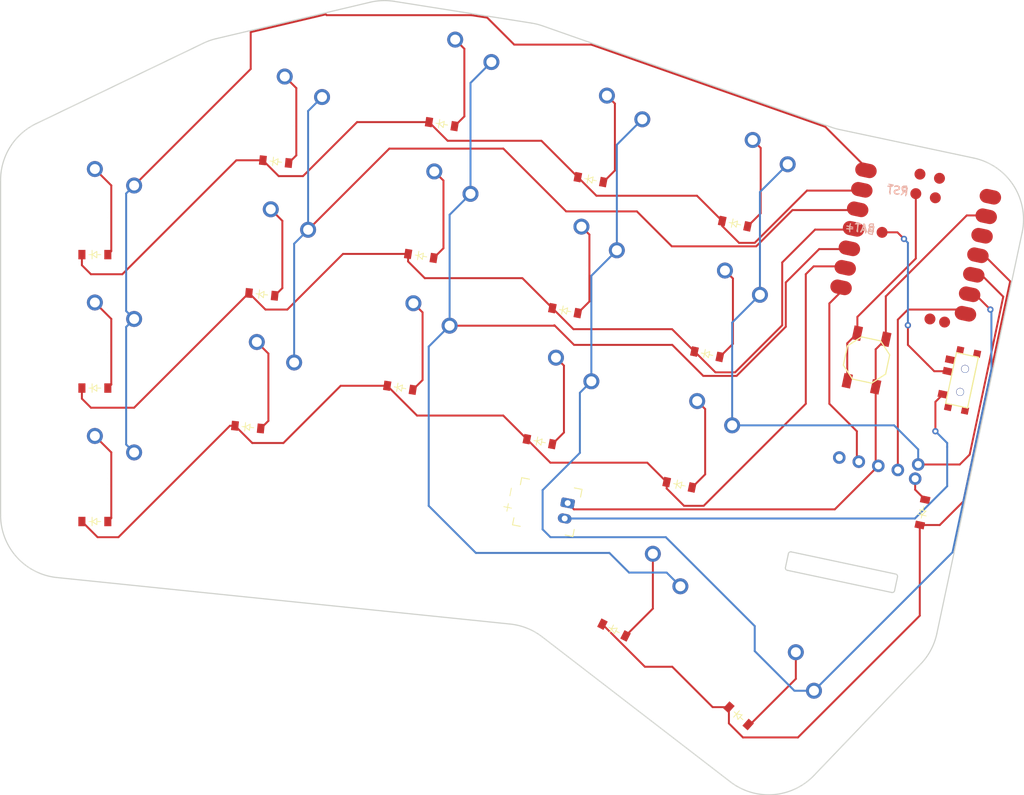
<source format=kicad_pcb>
(kicad_pcb (version 20241229) (generator "pcbnew") (generator_version "9.0")
  (title_block (title "ergogen_rollasplay") (rev "v1.0.0") (company "Unknown"))
  (layers (0 "F.Cu" signal) (2 "B.Cu" signal) (13 "F.Paste" user) (15 "B.Paste" user) (5 "F.SilkS" user "F.Silkscreen") (7 "B.SilkS" user "B.Silkscreen") (1 "F.Mask" user) (3 "B.Mask" user) (25 "Edge.Cuts" user))
  (net 0 "")
  (net 1 "D0")
  (net 2 "pinky_bottom")
  (net 3 "pinky_home")
  (net 4 "pinky_top")
  (net 5 "D2")
  (net 6 "ring_bottom")
  (net 7 "ring_home")
  (net 8 "ring_top")
  (net 9 "D4")
  (net 10 "middle_bottom")
  (net 11 "middle_home")
  (net 12 "middle_top")
  (net 13 "D8")
  (net 14 "index_bottom")
  (net 15 "index_home")
  (net 16 "index_top")
  (net 17 "D9")
  (net 18 "inner_bottom")
  (net 19 "inner_home")
  (net 20 "inner_top")
  (net 21 "left_onerow")
  (net 22 "right_onerow")
  (net 23 "D5")
  (net 24 "D3")
  (net 25 "D1")
  (net 26 "D10")
  (net 27 "D6")
  (net 28 "D7")
  (net 29 "RAW3V3")
  (net 30 "RAW5V")
  (net 31 "CLK")
  (net 32 "DIO")
  (net 33 "GND")
  (net 34 "RST")
  (net 35 "BAT")
  (net 36 "NFC1")
  (net 37 "NFC2")
  (net 38 "BAT_P")
  (net 39 "encoder_onerow")
  (footprint "E73:SPDT_C128955" (layer "F.Cu") (at 210.459494 87.024253 -102)
    (property "Reference" "T1" (hide yes))
    (property "Value" "" (hide yes))
    (pad "" smd rect (at -3.7 -1.1 258) (size 0.9 0.9) (layers "F.Cu" "F.Mask" "F.Paste"))
    (pad "" smd rect (at -3.7 1.1 258) (size 0.9 0.9) (layers "F.Cu" "F.Mask" "F.Paste"))
    (pad "" np_thru_hole circle (at -1.5 -0.000002) (size 1 1) (drill 0.9) (layers "*.Cu" "*.Mask"))
    (pad "" np_thru_hole circle (at 1.5 0.000002) (size 1 1) (drill 0.9) (layers "*.Cu" "*.Mask"))
    (pad "" smd rect (at 3.7 -1.1 258) (size 0.9 0.9) (layers "F.Cu" "F.Mask" "F.Paste"))
    (pad "" smd rect (at 3.7 1.1 258) (size 0.9 0.9) (layers "F.Cu" "F.Mask" "F.Paste"))
    (pad "1" smd rect (at 2.25 2.075 258) (size 0.9 1.25) (layers "F.Cu" "F.Mask" "F.Paste") (net 38 "BAT_P"))
    (pad "2" smd rect (at -0.749998 2.075 258) (size 0.9 1.25) (layers "F.Cu" "F.Mask" "F.Paste") (net 35 "BAT"))
    (pad "3" smd rect (at -2.25 2.075 258) (size 0.9 1.25) (layers "F.Cu" "F.Mask" "F.Paste"))
  )
  (footprint "E73:SW_TACT_ALPS_SKQGABE010" (layer "F.Cu") (at 198.232649 84.425356 -102)
    (property "Reference" "B1" (hide yes))
    (property "Value" "" (hide yes))
    (pad "1" smd rect (at -3.1 -1.85 258) (size 1.8 1.1) (layers "F.Cu" "F.Mask" "F.Paste") (net 33 "GND"))
    (pad "1" smd rect (at 3.1 -1.85 258) (size 1.8 1.1) (layers "F.Cu" "F.Mask" "F.Paste") (net 33 "GND"))
    (pad "2" smd rect (at -3.1 1.85 258) (size 1.8 1.1) (layers "F.Cu" "F.Mask" "F.Paste") (net 34 "RST"))
    (pad "2" smd rect (at 3.1 1.85 258) (size 1.8 1.1) (layers "F.Cu" "F.Mask" "F.Paste") (net 34 "RST"))
  )
  (footprint "ceoloide:diode_tht_sod123" (layer "F.Cu") (at 141.504829 71.172127 -9)
    (property "Reference" "D8" (hide yes))
    (property "Value" "")
    (pad "1" smd rect (at -1.65 0 351) (size 0.9 1.2) (layers "F.Cu" "F.Mask" "F.Paste") (net 24 "D3"))
    (pad "2" smd rect (at 1.65 0 351) (size 0.9 1.2) (layers "F.Cu" "F.Mask" "F.Paste") (net 11 "middle_home"))
  )
  (footprint "PG1350" (layer "F.Cu") (at 175.447066 95.42841 -12)
    (property "Reference" "S13" (hide yes))
    (property "Value" "" (hide yes))
    (pad "" np_thru_hole circle (at -5.5 0) (size 1.7018 1.7018) (drill 1.7018) (layers "*.Cu" "*.Mask"))
    (pad "" np_thru_hole circle (at 0 0) (size 3.429 3.429) (drill 3.429) (layers "*.Cu" "*.Mask"))
    (pad "" np_thru_hole circle (at 5.5 0) (size 1.7018 1.7018) (drill 1.7018) (layers "*.Cu" "*.Mask"))
    (pad "1" thru_hole circle (at 5 -3.799999) (size 2.032 2.032) (drill 1.27) (layers "*.Cu" "*.Mask") (net 17 "D9"))
    (pad "2" thru_hole circle (at 0 -5.9) (size 2.032 2.032) (drill 1.27) (layers "*.Cu" "*.Mask") (net 18 "inner_bottom"))
  )
  (footprint "PG1350" (layer "F.Cu") (at 160.814171 73.228447 -11)
    (property "Reference" "S11" (hide yes))
    (property "Value" "" (hide yes))
    (pad "" np_thru_hole circle (at -5.5 0.000002) (size 1.7018 1.7018) (drill 1.7018) (layers "*.Cu" "*.Mask"))
    (pad "" np_thru_hole circle (at 0 0) (size 3.429 3.429) (drill 3.429) (layers "*.Cu" "*.Mask"))
    (pad "" np_thru_hole circle (at 5.5 -0.000002) (size 1.7018 1.7018) (drill 1.7018) (layers "*.Cu" "*.Mask"))
    (pad "1" thru_hole circle (at 5 -3.8) (size 2.032 2.032) (drill 1.27) (layers "*.Cu" "*.Mask") (net 13 "D8"))
    (pad "2" thru_hole circle (at 0 -5.9) (size 2.032 2.032) (drill 1.27) (layers "*.Cu" "*.Mask") (net 15 "index_home"))
  )
  (footprint "PG1350" (layer "F.Cu") (at 100 66)
    (property "Reference" "S3" (hide yes))
    (property "Value" "" (hide yes))
    (pad "" np_thru_hole circle (at -5.5 0) (size 1.7018 1.7018) (drill 1.7018) (layers "*.Cu" "*.Mask"))
    (pad "" np_thru_hole circle (at 0 0) (size 3.429 3.429) (drill 3.429) (layers "*.Cu" "*.Mask"))
    (pad "" np_thru_hole circle (at 5.5 0) (size 1.7018 1.7018) (drill 1.7018) (layers "*.Cu" "*.Mask"))
    (pad "1" thru_hole circle (at 5 -3.8) (size 2.032 2.032) (drill 1.27) (layers "*.Cu" "*.Mask") (net 1 "D0"))
    (pad "2" thru_hole circle (at 0 -5.9) (size 2.032 2.032) (drill 1.27) (layers "*.Cu" "*.Mask") (net 4 "pinky_top"))
  )
  (footprint "PG1350" (layer "F.Cu") (at 142.287001 66.233686 -9)
    (property "Reference" "S8" (hide yes))
    (property "Value" "" (hide yes))
    (pad "" np_thru_hole circle (at -5.5 0) (size 1.7018 1.7018) (drill 1.7018) (layers "*.Cu" "*.Mask"))
    (pad "" np_thru_hole circle (at 0 0) (size 3.429 3.429) (drill 3.429) (layers "*.Cu" "*.Mask"))
    (pad "" np_thru_hole circle (at 5.5 0) (size 1.7018 1.7018) (drill 1.7018) (layers "*.Cu" "*.Mask"))
    (pad "1" thru_hole circle (at 5 -3.8) (size 2.032 2.032) (drill 1.27) (layers "*.Cu" "*.Mask") (net 9 "D4"))
    (pad "2" thru_hole circle (at 0 -5.9) (size 2.032 2.032) (drill 1.27) (layers "*.Cu" "*.Mask") (net 11 "middle_home"))
  )
  (footprint "ceoloide:diode_tht_sod123" (layer "F.Cu") (at 123.031326 59.158865 -6)
    (property "Reference" "D6" (hide yes))
    (property "Value" "")
    (pad "1" smd rect (at -1.65 0 354) (size 0.9 1.2) (layers "F.Cu" "F.Mask" "F.Paste") (net 25 "D1"))
    (pad "2" smd rect (at 1.65 0 354) (size 0.9 1.2) (layers "F.Cu" "F.Mask" "F.Paste") (net 8 "ring_top"))
  )
  (footprint "ceoloide:diode_tht_sod123" (layer "F.Cu") (at 177.942006 83.690639 -12)
    (property "Reference" "D14" (hide yes))
    (property "Value" "")
    (pad "1" smd rect (at -1.65 0 348) (size 0.9 1.2) (layers "F.Cu" "F.Mask" "F.Paste") (net 24 "D3"))
    (pad "2" smd rect (at 1.65 0 348) (size 0.9 1.2) (layers "F.Cu" "F.Mask" "F.Paste") (net 19 "inner_home"))
  )
  (footprint "ceoloide:diode_tht_sod123" (layer "F.Cu") (at 181.938027 129.748862 -42)
    (property "Reference" "D17" (hide yes))
    (property "Value" "")
    (pad "1" smd rect (at -1.65 0 318) (size 0.9 1.2) (layers "F.Cu" "F.Mask" "F.Paste") (net 26 "D10"))
    (pad "2" smd rect (at 1.65 0 318) (size 0.9 1.2) (layers "F.Cu" "F.Mask" "F.Paste") (net 22 "right_onerow"))
  )
  (footprint "ceoloide:diode_tht_sod123" (layer "F.Cu") (at 174.407507 100.319148 -12)
    (property "Reference" "D13" (hide yes))
    (property "Value" "")
    (pad "1" smd rect (at -1.65 0 348) (size 0.9 1.2) (layers "F.Cu" "F.Mask" "F.Paste") (net 23 "D5"))
    (pad "2" smd rect (at 1.65 0 348) (size 0.9 1.2) (layers "F.Cu" "F.Mask" "F.Paste") (net 18 "inner_bottom"))
  )
  (footprint "PG1350" (layer "F.Cu") (at 120 88 -6)
    (property "Reference" "S4" (hide yes))
    (property "Value" "" (hide yes))
    (pad "" np_thru_hole circle (at -5.5 0) (size 1.7018 1.7018) (drill 1.7018) (layers "*.Cu" "*.Mask"))
    (pad "" np_thru_hole circle (at 0 0) (size 3.429 3.429) (drill 3.429) (layers "*.Cu" "*.Mask"))
    (pad "" np_thru_hole circle (at 5.5 0) (size 1.7018 1.7018) (drill 1.7018) (layers "*.Cu" "*.Mask"))
    (pad "1" thru_hole circle (at 5 -3.8) (size 2.032 2.032) (drill 1.27) (layers "*.Cu" "*.Mask") (net 5 "D2"))
    (pad "2" thru_hole circle (at 0 -5.9) (size 2.032 2.032) (drill 1.27) (layers "*.Cu" "*.Mask") (net 6 "ring_bottom"))
  )
  (footprint "ceoloide:diode_tht_sod123" (layer "F.Cu") (at 159.860126 78.136583 -11)
    (property "Reference" "D11" (hide yes))
    (property "Value" "")
    (pad "1" smd rect (at -1.65 0 349) (size 0.9 1.2) (layers "F.Cu" "F.Mask" "F.Paste") (net 24 "D3"))
    (pad "2" smd rect (at 1.65 0 349) (size 0.9 1.2) (layers "F.Cu" "F.Mask" "F.Paste") (net 15 "index_home"))
  )
  (footprint "PG1350" (layer "F.Cu") (at 164.057924 56.540785 -11)
    (property "Reference" "S12" (hide yes))
    (property "Value" "" (hide yes))
    (pad "" np_thru_hole circle (at -5.5 0.000002) (size 1.7018 1.7018) (drill 1.7018) (layers "*.Cu" "*.Mask"))
    (pad "" np_thru_hole circle (at 0 0) (size 3.429 3.429) (drill 3.429) (layers "*.Cu" "*.Mask"))
    (pad "" np_thru_hole circle (at 5.5 -0.000002) (size 1.7018 1.7018) (drill 1.7018) (layers "*.Cu" "*.Mask"))
    (pad "1" thru_hole circle (at 5 -3.8) (size 2.032 2.032) (drill 1.27) (layers "*.Cu" "*.Mask") (net 13 "D8"))
    (pad "2" thru_hole circle (at 0 -5.9) (size 2.032 2.032) (drill 1.27) (layers "*.Cu" "*.Mask") (net 16 "index_top"))
  )
  (footprint "ceoloide:diode_tht_sod123" (layer "F.Cu") (at 166.084437 118.82266 -27)
    (property "Reference" "D16" (hide yes))
    (property "Value" "")
    (pad "1" smd rect (at -1.65 0 333) (size 0.9 1.2) (layers "F.Cu" "F.Mask" "F.Paste") (net 26 "D10"))
    (pad "2" smd rect (at 1.65 0 333) (size 0.9 1.2) (layers "F.Cu" "F.Mask" "F.Paste") (net 21 "left_onerow"))
  )
  (footprint "ceoloide:diode_tht_sod123" (layer "F.Cu") (at 119.477358 92.97261 -6)
    (property "Reference" "D4" (hide yes))
    (property "Value" "")
    (pad "1" smd rect (at -1.65 0 354) (size 0.9 1.2) (layers "F.Cu" "F.Mask" "F.Paste") (net 23 "D5"))
    (pad "2" smd rect (at 1.65 0 354) (size 0.9 1.2) (layers "F.Cu" "F.Mask" "F.Paste") (net 6 "ring_bottom"))
  )
  (footprint "PG1350" (layer "F.Cu") (at 178.981565 78.799901 -12)
    (property "Reference" "S14" (hide yes))
    (property "Value" "" (hide yes))
    (pad "" np_thru_hole circle (at -5.5 0) (size 1.7018 1.7018) (drill 1.7018) (layers "*.Cu" "*.Mask"))
    (pad "" np_thru_hole circle (at 0 0) (size 3.429 3.429) (drill 3.429) (layers "*.Cu" "*.Mask"))
    (pad "" np_thru_hole circle (at 5.5 0) (size 1.7018 1.7018) (drill 1.7018) (layers "*.Cu" "*.Mask"))
    (pad "1" thru_hole circle (at 5 -3.799999) (size 2.032 2.032) (drill 1.27) (layers "*.Cu" "*.Mask") (net 17 "D9"))
    (pad "2" thru_hole circle (at 0 -5.9) (size 2.032 2.032) (drill 1.27) (layers "*.Cu" "*.Mask") (net 19 "inner_home"))
  )
  (footprint "ceoloide:diode_tht_sod123" (layer "F.Cu") (at 100 71)
    (property "Reference" "D3" (hide yes))
    (property "Value" "")
    (pad "1" smd rect (at -1.65 0) (size 0.9 1.2) (layers "F.Cu" "F.Mask" "F.Paste") (net 25 "D1"))
    (pad "2" smd rect (at 1.65 0) (size 0.9 1.2) (layers "F.Cu" "F.Mask" "F.Paste") (net 4 "pinky_top"))
  )
  (footprint "ceoloide:battery_connector_jst_ph_2" (layer "F.Cu") (at 159.998037 103.631307 -101)
    (property "Reference" "JST1" (hide yes))
    (property "Value" "")
    (pad "1" thru_hole roundrect (at -1 0 259) (size 1.2 1.75) (drill 0.75) (layers "*.Cu" "*.Mask") (roundrect_rratio 0.2) (net 33 "GND"))
    (pad "2" thru_hole oval (at 1 0 259) (size 1.2 1.75) (drill 0.75) (layers "*.Cu" "*.Mask") (net 38 "BAT_P"))
  )
  (footprint "ceoloide:diode_tht_sod123" (layer "F.Cu") (at 138.845443 87.962829 -9)
    (property "Reference" "D7" (hide yes))
    (property "Value" "")
    (pad "1" smd rect (at -1.65 0 351) (size 0.9 1.2) (layers "F.Cu" "F.Mask" "F.Paste") (net 23 "D5"))
    (pad "2" smd rect (at 1.65 0 351) (size 0.9 1.2) (layers "F.Cu" "F.Mask" "F.Paste") (net 10 "middle_bottom"))
  )
  (footprint "ceoloide:diode_tht_sod123" (layer "F.Cu") (at 181.476505 67.06213 -12)
    (property "Reference" "D15" (hide yes))
    (property "Value" "")
    (pad "1" smd rect (at -1.65 0 348) (size 0.9 1.2) (layers "F.Cu" "F.Mask" "F.Paste") (net 25 "D1"))
    (pad "2" smd rect (at 1.65 0 348) (size 0.9 1.2) (layers "F.Cu" "F.Mask" "F.Paste") (net 20 "inner_top"))
  )
  (footprint "PG1350" (layer "F.Cu") (at 144.946387 49.442984 -9)
    (property "Reference" "S9" (hide yes))
    (property "Value" "" (hide yes))
    (pad "" np_thru_hole circle (at -5.5 0) (size 1.7018 1.7018) (drill 1.7018) (layers "*.Cu" "*.Mask"))
    (pad "" np_thru_hole circle (at 0 0) (size 3.429 3.429) (drill 3.429) (layers "*.Cu" "*.Mask"))
    (pad "" np_thru_hole circle (at 5.5 0) (size 1.7018 1.7018) (drill 1.7018) (layers "*.Cu" "*.Mask"))
    (pad "1" thru_hole circle (at 5 -3.8) (size 2.032 2.032) (drill 1.27) (layers "*.Cu" "*.Mask") (net 9 "D4"))
    (pad "2" thru_hole circle (at 0 -5.9) (size 2.032 2.032) (drill 1.27) (layers "*.Cu" "*.Mask") (net 12 "middle_top"))
  )
  (footprint "RollerEncoder_Panasonic_EVQWGD001" (layer "F.Cu") (at 197.320726 103.144822 -102)
    (property "Reference" "REF**")
    (property "Value" "RollaEncoda")
    (fp_line (start 9.8 7.3) (end 9.8 -6.3) (stroke (width 0.15)) (layer "Edge.Cuts"))
    (fp_line (start 7.7 7.6) (end 9.5 7.6) (stroke (width 0.15)) (layer "Edge.Cuts"))
    (fp_line (start 9.5 -6.6) (end 7.7 -6.6) (stroke (width 0.15)) (layer "Edge.Cuts"))
    (fp_line (start 7.4 -6.3) (end 7.4 7.3) (stroke (width 0.15)) (layer "Edge.Cuts"))
    (fp_arc (start 9.8 7.3) (mid 9.712133 7.512132) (end 9.5 7.6) (stroke (width 0.15)) (layer "Edge.Cuts"))
    (fp_arc (start 7.7 7.6) (mid 7.487868 7.512132) (end 7.4 7.3) (stroke (width 0.15)) (layer "Edge.Cuts"))
    (fp_arc (start 9.5 -6.6) (mid 9.712132 -6.512132) (end 9.8 -6.3) (stroke (width 0.15)) (layer "Edge.Cuts"))
    (fp_arc (start 7.4 -6.3) (mid 7.487868 -6.512132) (end 7.7 -6.6) (stroke (width 0.15)) (layer "Edge.Cuts"))
    (pad "" np_thru_hole circle (at -5.625 6.3 258) (size 1.5 1.5) (drill 1.5) (layers "*.Cu" "*.Mask"))
    (pad "A" thru_hole circle (at -5.625 -3.81 258) (size 1.6 1.6) (drill 0.9) (layers "*.Cu" "*.Mask") (net 28 "D7"))
    (pad "B" thru_hole circle (at -5.625 -1.27 258) (size 1.6 1.6) (drill 0.9) (layers "*.Cu" "*.Mask") (net 33 "GND"))
    (pad "C" thru_hole circle (at -5.625 1.27 258) (size 1.6 1.6) (drill 0.9) (layers "*.Cu" "*.Mask") (net 27 "D6"))
    (pad "D" thru_hole circle (at -5.625 3.81 258) (size 1.6 1.6) (drill 0.9) (layers "*.Cu" "*.Mask"))
    (pad "S1" thru_hole circle (at -6.85 -6.2 258) (size 1.6 1.6) (drill 0.9) (layers "*.Cu" "*.Mask") (net 17 "D9"))
    (pad "S2" thru_hole circle (at -5.000001 -6.2 258) (size 1.6 1.6) (drill 0.9) (layers "*.Cu" "*.Mask") (net 39 "encoder_onerow"))
  )
  (footprint "PG1350" (layer "F.Cu") (at 185.28368 126.033138 -42)
    (property "Reference" "S17" (hide yes))
    (property "Value" "" (hide yes))
    (pad "" np_thru_hole circle (at -5.5 0.000001) (size 1.7018 1.7018) (drill 1.7018) (layers "*.Cu" "*.Mask"))
    (pad "" np_thru_hole circle (at 0 0) (size 3.429 3.429) (drill 3.429) (layers "*.Cu" "*.Mask"))
    (pad "" np_thru_hole circle (at 5.5 -0.000001) (size 1.7018 1.7018) (drill 1.7018) (layers "*.Cu" "*.Mask"))
    (pad "1" thru_hole circle (at 5 -3.799999) (size 2.032 2.032) (drill 1.27) (layers "*.Cu" "*.Mask") (net 13 "D8"))
    (pad "2" thru_hole circle (at 0.000001 -5.9) (size 2.032 2.032) (drill 1.27) (layers "*.Cu" "*.Mask") (net 22 "right_onerow"))
  )
  (footprint "ceoloide:diode_tht_sod123" (layer "F.Cu") (at 163.103879 61.448921 -11)
    (property "Reference" "D12" (hide yes))
    (property "Value" "")
    (pad "1" smd rect (at -1.65 0 349) (size 0.9 1.2) (layers "F.Cu" "F.Mask" "F.Paste") (net 25 "D1"))
    (pad "2" smd rect (at 1.65 0 349) (size 0.9 1.2) (layers "F.Cu" "F.Mask" "F.Paste") (net 16 "index_top"))
  )
  (footprint "PG1350" (layer "F.Cu") (at 182.516063 62.171392 -12)
    (property "Reference" "S15" (hide yes))
    (property "Value" "" (hide yes))
    (pad "" np_thru_hole circle (at -5.5 0) (size 1.7018 1.7018) (drill 1.7018) (layers "*.Cu" "*.Mask"))
    (pad "" np_thru_hole circle (at 0 0) (size 3.429 3.429) (drill 3.429) (layers "*.Cu" "*.Mask"))
    (pad "" np_thru_hole circle (at 5.5 0) (size 1.7018 1.7018) (drill 1.7018) (layers "*.Cu" "*.Mask"))
    (pad "1" thru_hole circle (at 5 -3.799999) (size 2.032 2.032) (drill 1.27) (layers "*.Cu" "*.Mask") (net 17 "D9"))
    (pad "2" thru_hole circle (at 0 -5.9) (size 2.032 2.032) (drill 1.27) (layers "*.Cu" "*.Mask") (net 20 "inner_top"))
  )
  (footprint "ceoloide:diode_tht_sod123" (layer "F.Cu") (at 144.164215 54.381426 -9)
    (property "Reference" "D9" (hide yes))
    (property "Value" "")
    (pad "1" smd rect (at -1.65 0 351) (size 0.9 1.2) (layers "F.Cu" "F.Mask" "F.Paste") (net 25 "D1"))
    (pad "2" smd rect (at 1.65 0 351) (size 0.9 1.2) (layers "F.Cu" "F.Mask" "F.Paste") (net 12 "middle_top"))
  )
  (footprint "ceoloide:diode_tht_sod123" (layer "F.Cu") (at 156.616373 94.824245 -11)
    (property "Reference" "D10" (hide yes))
    (property "Value" "")
    (pad "1" smd rect (at -1.65 0 349) (size 0.9 1.2) (layers "F.Cu" "F.Mask" "F.Paste") (net 23 "D5"))
    (pad "2" smd rect (at 1.65 0 349) (size 0.9 1.2) (layers "F.Cu" "F.Mask" "F.Paste") (net 14 "index_bottom"))
  )
  (footprint "ceoloide:diode_tht_sod123" (layer "F.Cu") (at 100 88)
    (property "Reference" "D2" (hide yes))
    (property "Value" "")
    (pad "1" smd rect (at -1.65 0) (size 0.9 1.2) (layers "F.Cu" "F.Mask" "F.Paste") (net 24 "D3"))
    (pad "2" smd rect (at 1.65 0) (size 0.9 1.2) (layers "F.Cu" "F.Mask" "F.Paste") (net 3 "pinky_home"))
  )
  (footprint "PG1350" (layer "F.Cu") (at 139.627615 83.024388 -9)
    (property "Reference" "S7" (hide yes))
    (property "Value" "" (hide yes))
    (pad "" np_thru_hole circle (at -5.5 0) (size 1.7018 1.7018) (drill 1.7018) (layers "*.Cu" "*.Mask"))
    (pad "" np_thru_hole circle (at 0 0) (size 3.429 3.429) (drill 3.429) (layers "*.Cu" "*.Mask"))
    (pad "" np_thru_hole circle (at 5.5 0) (size 1.7018 1.7018) (drill 1.7018) (layers "*.Cu" "*.Mask"))
    (pad "1" thru_hole circle (at 5 -3.8) (size 2.032 2.032) (drill 1.27) (layers "*.Cu" "*.Mask") (net 9 "D4"))
    (pad "2" thru_hole circle (at 0 -5.9) (size 2.032 2.032) (drill 1.27) (layers "*.Cu" "*.Mask") (net 10 "middle_bottom"))
  )
  (footprint "ceoloide:diode_tht_sod123" (layer "F.Cu") (at 205.353818 103.829968 78)
    (property "Reference" "D18" (hide yes))
    (property "Value" "")
    (pad "1" smd rect (at -1.65 0 78) (size 0.9 1.2) (layers "F.Cu" "F.Mask" "F.Paste") (net 26 "D10"))
    (pad "2" smd rect (at 1.65 0 78) (size 0.9 1.2) (layers "F.Cu" "F.Mask" "F.Paste") (net 39 "encoder_onerow"))
  )
  (footprint "PG1350" (layer "F.Cu") (at 100 100)
    (property "Reference" "S1" (hide yes))
    (property "Value" "" (hide yes))
    (pad "" np_thru_hole circle (at -5.5 0) (size 1.7018 1.7018) (drill 1.7018) (layers "*.Cu" "*.Mask"))
    (pad "" np_thru_hole circle (at 0 0) (size 3.429 3.429) (drill 3.429) (layers "*.Cu" "*.Mask"))
    (pad "" np_thru_hole circle (at 5.5 0) (size 1.7018 1.7018) (drill 1.7018) (layers "*.Cu" "*.Mask"))
    (pad "1" thru_hole circle (at 5 -3.8) (size 2.032 2.032) (drill 1.27) (layers "*.Cu" "*.Mask") (net 1 "D0"))
    (pad "2" thru_hole circle (at 0 -5.9) (size 2.032 2.032) (drill 1.27) (layers "*.Cu" "*.Mask") (net 2 "pinky_bottom"))
  )
  (footprint "ceoloide:diode_tht_sod123" (layer "F.Cu") (at 121.254342 76.065737 -6)
    (property "Reference" "D5" (hide yes))
    (property "Value" "")
    (pad "1" smd rect (at -1.65 0 354) (size 0.9 1.2) (layers "F.Cu" "F.Mask" "F.Paste") (net 24 "D3"))
    (pad "2" smd rect (at 1.65 0 354) (size 0.9 1.2) (layers "F.Cu" "F.Mask" "F.Paste") (net 7 "ring_home"))
  )
  (footprint "ceoloide:diode_tht_sod123" (layer "F.Cu") (at 100 105)
    (property "Reference" "D1" (hide yes))
    (property "Value" "")
    (pad "1" smd rect (at -1.65 0) (size 0.9 1.2) (layers "F.Cu" "F.Mask" "F.Paste") (net 23 "D5"))
    (pad "2" smd rect (at 1.65 0) (size 0.9 1.2) (layers "F.Cu" "F.Mask" "F.Paste") (net 2 "pinky_bottom"))
  )
  (footprint "xiao_smd" (layer "F.Cu") (at 204.493679 69.39873 -12)
    (property "Reference" "MCU1" (hide yes))
    (property "Value" "")
    (fp_text user "RST" (at -3.6 -5.95 348) (layer "B.SilkS") (effects (justify mirror)))
    (fp_text user "BAT+" (at -7.3 -0.25 0) (layer "B.SilkS") (effects (justify mirror)))
    (fp_text user "BAT+" (at -7.3 -0.25 348) (layer "B.SilkS") (effects (justify mirror)))
    (fp_text user "RST" (at -3.6 -5.95 0) (layer "B.SilkS") (effects (justify mirror)))
    (pad "1" smd oval (at -7.62 -7.62 168) (size 2.75 1.8) (drill (offset 0.475 0)) (layers "F.Cu" "F.Mask" "F.Paste") (net 1 "D0"))
    (pad "2" smd oval (at -7.62 -5.08 168) (size 2.75 1.8) (drill (offset 0.475 0)) (layers "F.Cu" "F.Mask" "F.Paste") (net 25 "D1"))
    (pad "3" smd oval (at -7.62 -2.54 168) (size 2.75 1.8) (drill (offset 0.475 0)) (layers "F.Cu" "F.Mask" "F.Paste") (net 5 "D2"))
    (pad "4" smd oval (at -7.62 0 168) (size 2.75 1.8) (drill (offset 0.475 0)) (layers "F.Cu" "F.Mask" "F.Paste") (net 24 "D3"))
    (pad "5" smd oval (at -7.62 2.54 168) (size 2.75 1.8) (drill (offset 0.475 0)) (layers "F.Cu" "F.Mask" "F.Paste") (net 9 "D4"))
    (pad "6" smd oval (at -7.62 5.08 168) (size 2.75 1.8) (drill (offset 0.475 0)) (layers "F.Cu" "F.Mask" "F.Paste") (net 23 "D5"))
    (pad "7" smd oval (at -7.62 7.62 168) (size 2.75 1.8) (drill (offset 0.475 0)) (layers "F.Cu" "F.Mask" "F.Paste") (net 27 "D6"))
    (pad "8" smd oval (at 7.62 7.62 348) (size 2.75 1.8) (drill (offset 0.475 0)) (layers "F.Cu" "F.Mask" "F.Paste") (net 28 "D7"))
    (pad "9" smd oval (at 7.62 5.08 348) (size 2.75 1.8) (drill (offset 0.475 0)) (layers "F.Cu" "F.Mask" "F.Paste") (net 13 "D8"))
    (pad "10" smd oval (at 7.62 2.54 348) (size 2.75 1.8) (drill (offset 0.475 0)) (layers "F.Cu" "F.Mask" "F.Paste") (net 17 "D9"))
    (pad "11" smd oval (at 7.62 0 348) (size 2.75 1.8) (drill (offset 0.475 0)) (layers "F.Cu" "F.Mask" "F.Paste") (net 26 "D10"))
    (pad "12" smd oval (at 7.62 -2.54 348) (size 2.75 1.8) (drill (offset 0.475 0)) (layers "F.Cu" "F.Mask" "F.Paste") (net 29 "RAW3V3"))
    (pad "13" smd oval (at 7.62 -5.08 348) (size 2.75 1.8) (drill (offset 0.475 0)) (layers "F.Cu" "F.Mask" "F.Paste") (net 33 "GND"))
    (pad "14" smd oval (at 7.62 -7.62 348) (size 2.75 1.8) (drill (offset 0.475 0)) (layers "F.Cu" "F.Mask" "F.Paste") (net 30 "RAW5V"))
    (pad "15" smd circle (at -1.27 -8.572 78) (size 1.397 1.397) (layers "F.Cu" "F.Mask") (net 31 "CLK"))
    (pad "16" smd circle (at 1.27 -8.572 78) (size 1.397 1.397) (layers "F.Cu" "F.Mask") (net 32 "DIO"))
    (pad "17" smd circle (at -1.27 -6.032 78) (size 1.397 1.397) (layers "F.Cu" "F.Mask") (net 34 "RST"))
    (pad "18" smd circle (at 1.27 -6.032 78) (size 1.397 1.397) (layers "F.Cu" "F.Mask"))
    (pad "19" smd circle (at -4.445 -0.317 168) (size 1.397 1.397) (layers "F.Cu" "F.Mask") (net 35 "BAT"))
    (pad "20" smd circle (at 3.810001 9.208 168) (size 1.397 1.397) (layers "F.Cu" "F.Mask") (net 36 "NFC1"))
    (pad "21" smd circle (at 5.715 9.208 168) (size 1.397 1.397) (layers "F.Cu" "F.Mask") (net 37 "NFC2"))
  )
  (footprint "PG1350" (layer "F.Cu") (at 123.553968 54.186256 -6)
    (property "Reference" "S6" (hide yes))
    (property "Value" "" (hide yes))
    (pad "" np_thru_hole circle (at -5.5 0) (size 1.7018 1.7018) (drill 1.7018) (layers "*.Cu" "*.Mask"))
    (pad "" np_thru_hole circle (at 0 0) (size 3.429 3.429) (drill 3.429) (layers "*.Cu" "*.Mask"))
    (pad "" np_thru_hole circle (at 5.5 0) (size 1.7018 1.7018) (drill 1.7018) (layers "*.Cu" "*.Mask"))
    (pad "1" thru_hole circle (at 5 -3.8) (size 2.032 2.032) (drill 1.27) (layers "*.Cu" "*.Mask") (net 5 "D2"))
    (pad "2" thru_hole circle (at 0 -5.9) (size 2.032 2.032) (drill 1.27) (layers "*.Cu" "*.Mask") (net 8 "ring_top"))
  )
  (footprint "PG1350" (layer "F.Cu") (at 121.776984 71.093128 -6)
    (property "Reference" "S5" (hide yes))
    (property "Value" "" (hide yes))
    (pad "" np_thru_hole circle (at -5.5 0) (size 1.7018 1.7018) (drill 1.7018) (layers "*.Cu" "*.Mask"))
    (pad "" np_thru_hole circle (at 0 0) (size 3.429 3.429) (drill 3.429) (layers "*.Cu" "*.Mask"))
    (pad "" np_thru_hole circle (at 5.5 0) (size 1.7018 1.7018) (drill 1.7018) (layers "*.Cu" "*.Mask"))
    (pad "1" thru_hole circle (at 5 -3.8) (size 2.032 2.032) (drill 1.27) (layers "*.Cu" "*.Mask") (net 5 "D2"))
    (pad "2" thru_hole circle (at 0 -5.9) (size 2.032 2.032) (drill 1.27) (layers "*.Cu" "*.Mask") (net 7 "ring_home"))
  )
  (footprint "PG1350" (layer "F.Cu") (at 168.354389 114.367627 -27)
    (property "Reference" "S16" (hide yes))
    (property "Value" "" (hide yes))
    (pad "" np_thru_hole circle (at -5.5 0) (size 1.7018 1.7018) (drill 1.7018) (layers "*.Cu" "*.Mask"))
    (pad "" np_thru_hole circle (at 0 0) (size 3.429 3.429) (drill 3.429) (layers "*.Cu" "*.Mask"))
    (pad "" np_thru_hole circle (at 5.5 0) (size 1.7018 1.7018) (drill 1.7018) (layers "*.Cu" "*.Mask"))
    (pad "1" thru_hole circle (at 5.000001 -3.8) (size 2.032 2.032) (drill 1.27) (layers "*.Cu" "*.Mask") (net 9 "D4"))
    (pad "2" thru_hole circle (at 0 -5.9) (size 2.032 2.032) (drill 1.27) (layers "*.Cu" "*.Mask") (net 21 "left_onerow"))
  )
  (footprint "PG1350" (layer "F.Cu") (at 100 83)
    (property "Reference" "S2" (hide yes))
    (property "Value" "" (hide yes))
    (pad "" np_thru_hole circle (at -5.5 0) (size 1.7018 1.7018) (drill 1.7018) (layers "*.Cu" "*.Mask"))
    (pad "" np_thru_hole circle (at 0 0) (size 3.429 3.429) (drill 3.429) (layers "*.Cu" "*.Mask"))
    (pad "" np_thru_hole circle (at 5.5 0) (size 1.7018 1.7018) (drill 1.7018) (layers "*.Cu" "*.Mask"))
    (pad "1" thru_hole circle (at 5 -3.8) (size 2.032 2.032) (drill 1.27) (layers "*.Cu" "*.Mask") (net 1 "D0"))
    (pad "2" thru_hole circle (at 0 -5.9) (size 2.032 2.032) (drill 1.27) (layers "*.Cu" "*.Mask") (net 3 "pinky_home"))
  )
  (footprint "PG1350" (layer "F.Cu") (at 157.570418 89.916109 -11)
    (property "Reference" "S10" (hide yes))
    (property "Value" "" (hide yes))
    (pad "" np_thru_hole circle (at -5.5 0.000002) (size 1.7018 1.7018) (drill 1.7018) (layers "*.Cu" "*.Mask"))
    (pad "" np_thru_hole circle (at 0 0) (size 3.429 3.429) (drill 3.429) (layers "*.Cu" "*.Mask"))
    (pad "" np_thru_hole circle (at 5.5 -0.000002) (size 1.7018 1.7018) (drill 1.7018) (layers "*.Cu" "*.Mask"))
    (pad "1" thru_hole circle (at 5 -3.8) (size 2.032 2.032) (drill 1.27) (layers "*.Cu" "*.Mask") (net 13 "D8"))
    (pad "2" thru_hole circle (at 0 -5.9) (size 2.032 2.032) (drill 1.27) (layers "*.Cu" "*.Mask") (net 14 "index_bottom"))
  )
  (gr_line (start 194.775493 55.064979) (end 211.879357 58.700517) (stroke (width 0.15)) (layer "Edge.Cuts"))
  (gr_line (start 156.993179 41.864453) (end 193.78772 54.787767) (stroke (width 0.15)) (layer "Edge.Cuts"))
  (gr_arc (start 155.593589 41.510916) (mid 156.301375 41.656051) (end 156.993179 41.864453) (stroke (width 0.15)) (layer "Edge.Cuts"))
  (gr_arc (start 194.775493 55.064978) (mid 194.277158 54.942223) (end 193.78772 54.787767) (stroke (width 0.15)) (layer "Edge.Cuts"))
  (gr_line (start 218.041244 68.188992) (end 207.183044 119.272808) (stroke (width 0.15)) (layer "Edge.Cuts"))
  (gr_line (start 138.114378 38.742481) (end 155.593589 41.510916) (stroke (width 0.15)) (layer "Edge.Cuts"))
  (gr_line (start 92.529755 54.319223) (end 113.81944 44.069653) (stroke (width 0.15)) (layer "Edge.Cuts"))
  (gr_arc (start 207.183045 119.272808) (mid 206.429685 121.349749) (end 205.136962 123.141424) (stroke (width 0.15)) (layer "Edge.Cuts"))
  (gr_line (start 205.136962 123.141424) (end 191.544221 137.341544) (stroke (width 0.15)) (layer "Edge.Cuts"))
  (gr_arc (start 211.879358 58.700518) (mid 216.925428 62.168587) (end 218.041244 68.188992) (stroke (width 0.15)) (layer "Edge.Cuts"))
  (gr_arc (start 113.81944 44.069653) (mid 114.617463 43.737295) (end 115.446688 43.492985) (stroke (width 0.15)) (layer "Edge.Cuts"))
  (gr_arc (start 95.182946 112.137463) (mid 90.061295 109.5395) (end 88 104.179296) (stroke (width 0.15)) (layer "Edge.Cuts"))
  (gr_arc (start 135.019905 38.859172) (mid 136.561441 38.64967) (end 138.114378 38.742481) (stroke (width 0.15)) (layer "Edge.Cuts"))
  (gr_line (start 115.446688 43.492985) (end 135.019905 38.859172) (stroke (width 0.15)) (layer "Edge.Cuts"))
  (gr_arc (start 87.999999 61.527372) (mid 89.226449 57.270727) (end 92.529755 54.319223) (stroke (width 0.15)) (layer "Edge.Cuts"))
  (gr_arc (start 191.54422 137.341545) (mid 186.36628 139.787016) (end 180.880327 138.145151) (stroke (width 0.15)) (layer "Edge.Cuts"))
  (gr_line (start 152.866654 118.059765) (end 95.182946 112.137463) (stroke (width 0.15)) (layer "Edge.Cuts"))
  (gr_line (start 88 104.179296) (end 88 61.527372) (stroke (width 0.15)) (layer "Edge.Cuts"))
  (gr_line (start 180.880327 138.145151) (end 156.934396 119.682415) (stroke (width 0.15)) (layer "Edge.Cuts"))
  (gr_arc (start 152.866654 118.059764) (mid 155.013723 118.58732) (end 156.934396 119.682415) (stroke (width 0.15)) (layer "Edge.Cuts"))
  (segment (start 149.949247 40.820445) (end 147.926036 40.5) (width 0.25) (layer "F.Cu") (net 1))
  (segment (start 192.980975 54.717452) (end 163.182423 44.251333) (width 0.25) (layer "F.Cu") (net 1))
  (segment (start 129.396927 40.396927) (end 119.839843 42.659495) (width 0.25) (layer "F.Cu") (net 1))
  (segment (start 119.839843 42.659495) (end 119.839843 47.360157) (width 0.25) (layer "F.Cu") (net 1))
  (segment (start 163.182423 44.251333) (end 153.380135 44.251333) (width 0.25) (layer "F.Cu") (net 1))
  (segment (start 153.380135 44.251333) (end 149.949247 40.820445) (width 0.25) (layer "F.Cu") (net 1))
  (segment (start 147.926036 40.5) (end 129.5 40.5) (width 0.25) (layer "F.Cu") (net 1))
  (segment (start 119.839843 47.360157) (end 105 62.2) (width 0.25) (layer "F.Cu") (net 1))
  (segment (start 129.5 40.5) (end 129.396927 40.396927) (width 0.25) (layer "F.Cu") (net 1))
  (segment (start 198.624481 60.360958) (end 192.980975 54.717452) (width 0.25) (layer "F.Cu") (net 1))
  (segment (start 103.984001 80.215999) (end 103.984001 95.184001) (width 0.25) (layer "B.Cu") (net 1))
  (segment (start 103.984001 78.184001) (end 105 79.2) (width 0.25) (layer "B.Cu") (net 1))
  (segment (start 103.984001 95.184001) (end 105 96.2) (width 0.25) (layer "B.Cu") (net 1))
  (segment (start 103.984001 63.215999) (end 103.984001 78.184001) (width 0.25) (layer "B.Cu") (net 1))
  (segment (start 105 62.2) (end 103.984001 63.215999) (width 0.25) (layer "B.Cu") (net 1))
  (segment (start 105 79.2) (end 103.984001 80.215999) (width 0.25) (layer "B.Cu") (net 1))
  (segment (start 102.0905 96.1905) (end 102.0905 104.5595) (width 0.25) (layer "F.Cu") (net 2))
  (segment (start 102.0905 104.5595) (end 101.65 105) (width 0.25) (layer "F.Cu") (net 2))
  (segment (start 100 94.1) (end 102.0905 96.1905) (width 0.25) (layer "F.Cu") (net 2))
  (segment (start 102.0905 87.5595) (end 101.65 88) (width 0.25) (layer "F.Cu") (net 3))
  (segment (start 102.0905 79.1905) (end 102.0905 87.5595) (width 0.25) (layer "F.Cu") (net 3))
  (segment (start 100 77.1) (end 102.0905 79.1905) (width 0.25) (layer "F.Cu") (net 3))
  (segment (start 102.0905 70.5595) (end 101.65 71) (width 0.25) (layer "F.Cu") (net 4))
  (segment (start 102.0905 62.1905) (end 102.0905 70.5595) (width 0.25) (layer "F.Cu") (net 4))
  (segment (start 100 60.1) (end 102.0905 62.1905) (width 0.25) (layer "F.Cu") (net 4))
  (segment (start 184.18681 69.951) (end 173.451 69.951) (width 0.25) (layer "F.Cu") (net 5))
  (segment (start 160 65.5) (end 152 57.5) (width 0.25) (layer "F.Cu") (net 5))
  (segment (start 152 57.5) (end 137.483389 57.5) (width 0.25) (layer "F.Cu") (net 5))
  (segment (start 188.807862 65.329948) (end 184.18681 69.951) (width 0.25) (layer "F.Cu") (net 5))
  (segment (start 137.483389 57.5) (end 127.146802 67.836587) (width 0.25) (layer "F.Cu") (net 5))
  (segment (start 173.451 69.951) (end 169 65.5) (width 0.25) (layer "F.Cu") (net 5))
  (segment (start 197.56829 65.329948) (end 188.807862 65.329948) (width 0.25) (layer "F.Cu") (net 5))
  (segment (start 169 65.5) (end 160 65.5) (width 0.25) (layer "F.Cu") (net 5))
  (segment (start 127.146802 67.836587) (end 125.369818 69.613571) (width 0.25) (layer "B.Cu") (net 5))
  (segment (start 127.146802 67.836587) (end 127.146802 52.706699) (width 0.25) (layer "B.Cu") (net 5))
  (segment (start 125.369818 69.613571) (end 125.369818 84.743459) (width 0.25) (layer "B.Cu") (net 5))
  (segment (start 127.146802 52.706699) (end 128.923786 50.929715) (width 0.25) (layer "B.Cu") (net 5))
  (segment (start 122.0905 83.606103) (end 122.0905 92.172901) (width 0.25) (layer "F.Cu") (net 6))
  (segment (start 120.616718 82.132321) (end 122.0905 83.606103) (width 0.25) (layer "F.Cu") (net 6))
  (segment (start 122.0905 92.172901) (end 121.118319 93.145082) (width 0.25) (layer "F.Cu") (net 6))
  (segment (start 123.867484 75.266028) (end 122.895303 76.238209) (width 0.25) (layer "F.Cu") (net 7))
  (segment (start 122.393702 65.225449) (end 123.867484 66.699231) (width 0.25) (layer "F.Cu") (net 7))
  (segment (start 123.867484 66.699231) (end 123.867484 75.266028) (width 0.25) (layer "F.Cu") (net 7))
  (segment (start 125.644468 58.359156) (end 124.672287 59.331337) (width 0.25) (layer "F.Cu") (net 8))
  (segment (start 125.644468 49.792359) (end 125.644468 58.359156) (width 0.25) (layer "F.Cu") (net 8))
  (segment (start 124.170686 48.318577) (end 125.644468 49.792359) (width 0.25) (layer "F.Cu") (net 8))
  (segment (start 158.446655 80.053345) (end 145.160508 80.053345) (width 0.25) (layer "F.Cu") (net 9))
  (segment (start 161 82.5) (end 158.5 80) (width 0.25) (layer "F.Cu") (net 9))
  (segment (start 187.951 74.549) (end 187.951 80.18681) (width 0.25) (layer "F.Cu") (net 9))
  (segment (start 173.5 82.5) (end 161 82.5) (width 0.25) (layer "F.Cu") (net 9))
  (segment (start 196.512099 70.298938) (end 192.201062 70.298938) (width 0.25) (layer "F.Cu") (net 9))
  (segment (start 181.68681 86.451) (end 177.451 86.451) (width 0.25) (layer "F.Cu") (net 9))
  (segment (start 192.201062 70.298938) (end 187.951 74.549) (width 0.25) (layer "F.Cu") (net 9))
  (segment (start 177.451 86.451) (end 173.5 82.5) (width 0.25) (layer "F.Cu") (net 9))
  (segment (start 158.5 80) (end 158.446655 80.053345) (width 0.25) (layer "F.Cu") (net 9))
  (segment (start 187.951 80.18681) (end 181.68681 86.451) (width 0.25) (layer "F.Cu") (net 9))
  (segment (start 148.5 109) (end 142.5 103) (width 0.25) (layer "B.Cu") (net 9))
  (segment (start 147.819894 49.131327) (end 147.819894 63.262643) (width 0.25) (layer "B.Cu") (net 9))
  (segment (start 142.5 103) (end 142.5 82.713853) (width 0.25) (layer "B.Cu") (net 9))
  (segment (start 168 111.5) (end 165.5 109) (width 0.25) (layer "B.Cu") (net 9))
  (segment (start 142.5 82.713853) (end 145.160508 80.053345) (width 0.25) (layer "B.Cu") (net 9))
  (segment (start 145.160508 65.922029) (end 145.160508 80.053345) (width 0.25) (layer "B.Cu") (net 9))
  (segment (start 174.534586 113.251755) (end 172.782831 111.5) (width 0.25) (layer "B.Cu") (net 9))
  (segment (start 147.819894 63.262643) (end 145.160508 65.922029) (width 0.25) (layer "B.Cu") (net 9))
  (segment (start 150.47928 46.471941) (end 147.819894 49.131327) (width 0.25) (layer "B.Cu") (net 9))
  (segment (start 172.782831 111.5) (end 168 111.5) (width 0.25) (layer "B.Cu") (net 9))
  (segment (start 165.5 109) (end 148.5 109) (width 0.25) (layer "B.Cu") (net 9))
  (segment (start 141.718115 86.97796) (end 140.475129 88.220946) (width 0.25) (layer "F.Cu") (net 10))
  (segment (start 140.550578 77.197027) (end 141.718115 78.364564) (width 0.25) (layer "F.Cu") (net 10))
  (segment (start 141.718115 78.364564) (end 141.718115 86.97796) (width 0.25) (layer "F.Cu") (net 10))
  (segment (start 144.377501 70.187258) (end 143.134515 71.430244) (width 0.25) (layer "F.Cu") (net 11))
  (segment (start 143.209964 60.406325) (end 144.377501 61.573862) (width 0.25) (layer "F.Cu") (net 11))
  (segment (start 144.377501 61.573862) (end 144.377501 70.187258) (width 0.25) (layer "F.Cu") (net 11))
  (segment (start 145.86935 43.615623) (end 147.036887 44.78316) (width 0.25) (layer "F.Cu") (net 12))
  (segment (start 147.036887 53.396557) (end 145.793901 54.639543) (width 0.25) (layer "F.Cu") (net 12))
  (segment (start 147.036887 44.78316) (end 147.036887 53.396557) (width 0.25) (layer "F.Cu") (net 12))
  (segment (start 210.890972 75.952007) (end 211.952007 75.952007) (width 0.25) (layer "F.Cu") (net 13))
  (segment (start 211.952007 75.952007) (end 214 78) (width 0.25) (layer "F.Cu") (net 13))
  (via blind (at 214 78) (size 0.8) (drill 0.4) (layers "F.Cu" "B.Cu") (net 13))
  (segment (start 184 121.5) (end 189.054841 126.554841) (width 0.25) (layer "B.Cu") (net 13))
  (segment (start 163.203628 87.139971) (end 161.742468 88.601131) (width 0.25) (layer "B.Cu") (net 13))
  (segment (start 189.054841 126.554841) (end 191.5421 126.554841) (width 0.25) (layer "B.Cu") (net 13))
  (segment (start 214 78) (end 214.128806 78.128806) (width 0.25) (layer "B.Cu") (net 13))
  (segment (start 184 118.314908) (end 184 121.5) (width 0.25) (layer "B.Cu") (net 13))
  (segment (start 172.685092 107) (end 184 118.314908) (width 0.25) (layer "B.Cu") (net 13))
  (segment (start 214.128806 85.628806) (end 209.178426 108.918515) (width 0.25) (layer "B.Cu") (net 13))
  (segment (start 157 101) (end 157 106) (width 0.25) (layer "B.Cu") (net 13))
  (segment (start 161.742468 96.257532) (end 157 101) (width 0.25) (layer "B.Cu") (net 13))
  (segment (start 214.128806 78.128806) (end 214.128806 85.628806) (width 0.25) (layer "B.Cu") (net 13))
  (segment (start 158 107) (end 172.685092 107) (width 0.25) (layer "B.Cu") (net 13))
  (segment (start 166.447381 70.452309) (end 163.203628 73.696062) (width 0.25) (layer "B.Cu") (net 13))
  (segment (start 169.691134 53.764647) (end 166.447381 57.0084) (width 0.25) (layer "B.Cu") (net 13))
  (segment (start 209.178426 108.918515) (end 191.5421 126.554841) (width 0.25) (layer "B.Cu") (net 13))
  (segment (start 157 106) (end 158 107) (width 0.25) (layer "B.Cu") (net 13))
  (segment (start 166.447381 57.0084) (end 166.447381 70.452309) (width 0.25) (layer "B.Cu") (net 13))
  (segment (start 163.203628 73.696062) (end 163.203628 87.139971) (width 0.25) (layer "B.Cu") (net 13))
  (segment (start 161.742468 88.601131) (end 161.742468 96.257532) (width 0.25) (layer "B.Cu") (net 13))
  (segment (start 159.71219 93.662948) (end 158.236058 95.13908) (width 0.25) (layer "F.Cu") (net 14))
  (segment (start 159.71219 85.140508) (end 159.71219 93.662948) (width 0.25) (layer "F.Cu") (net 14))
  (segment (start 158.696191 84.124509) (end 159.71219 85.140508) (width 0.25) (layer "F.Cu") (net 14))
  (segment (start 162.955943 68.452846) (end 162.955943 76.975286) (width 0.25) (layer "F.Cu") (net 15))
  (segment (start 161.939944 67.436847) (end 162.955943 68.452846) (width 0.25) (layer "F.Cu") (net 15))
  (segment (start 162.955943 76.975286) (end 161.479811 78.451418) (width 0.25) (layer "F.Cu") (net 15))
  (segment (start 166.199696 60.287624) (end 164.723564 61.763756) (width 0.25) (layer "F.Cu") (net 16))
  (segment (start 165.183697 50.749185) (end 166.199696 51.765184) (width 0.25) (layer "F.Cu") (net 16))
  (segment (start 166.199696 51.765184) (end 166.199696 60.287624) (width 0.25) (layer "F.Cu") (net 16))
  (segment (start 210.100522 97.733563) (end 211.363169 96.470916) (width 0.25) (layer "F.Cu") (net 17))
  (segment (start 215.637826 76.360235) (end 212.745103 73.467512) (width 0.25) (layer "F.Cu") (net 17))
  (segment (start 204.809436 97.733563) (end 210.100522 97.733563) (width 0.25) (layer "F.Cu") (net 17))
  (segment (start 212.745103 73.467512) (end 211.419068 73.467512) (width 0.25) (layer "F.Cu") (net 17))
  (segment (start 211.363169 96.470916) (end 215.637826 76.360235) (width 0.25) (layer "F.Cu") (net 17))
  (segment (start 181.127868 92.751009) (end 201.751009 92.751009) (width 0.25) (layer "B.Cu") (net 17))
  (segment (start 184.662367 76.1225) (end 181.127868 79.656999) (width 0.25) (layer "B.Cu") (net 17))
  (segment (start 181.127868 79.656999) (end 181.127868 92.751009) (width 0.25) (layer "B.Cu") (net 17))
  (segment (start 204.809436 95.809436) (end 204.809436 97.733563) (width 0.25) (layer "B.Cu") (net 17))
  (segment (start 184.662367 63.028489) (end 184.662367 76.1225) (width 0.25) (layer "B.Cu") (net 17))
  (segment (start 188.196865 59.493991) (end 184.662367 63.028489) (width 0.25) (layer "B.Cu") (net 17))
  (segment (start 201.751009 92.751009) (end 204.809436 95.809436) (width 0.25) (layer "B.Cu") (net 17))
  (segment (start 177.689744 98.993909) (end 176.021451 100.662202) (width 0.25) (layer "F.Cu") (net 18))
  (segment (start 176.673745 89.657339) (end 177.689744 90.673338) (width 0.25) (layer "F.Cu") (net 18))
  (segment (start 177.689744 90.673338) (end 177.689744 98.993909) (width 0.25) (layer "F.Cu") (net 18))
  (segment (start 180.208244 73.02883) (end 181.224243 74.044829) (width 0.25) (layer "F.Cu") (net 19))
  (segment (start 181.224243 82.3654) (end 179.55595 84.033693) (width 0.25) (layer "F.Cu") (net 19))
  (segment (start 181.224243 74.044829) (end 181.224243 82.3654) (width 0.25) (layer "F.Cu") (net 19))
  (segment (start 184.758741 65.736892) (end 183.090449 67.405184) (width 0.25) (layer "F.Cu") (net 20))
  (segment (start 184.758741 57.41632) (end 184.758741 65.736892) (width 0.25) (layer "F.Cu") (net 20))
  (segment (start 183.742742 56.400321) (end 184.758741 57.41632) (width 0.25) (layer "F.Cu") (net 20))
  (segment (start 171.032933 109.110689) (end 171.032933 116.093409) (width 0.25) (layer "F.Cu") (net 21))
  (segment (start 171.032933 116.093409) (end 167.554598 119.571744) (width 0.25) (layer "F.Cu") (net 21))
  (segment (start 183.420303 130.852928) (end 183.164216 130.852928) (width 0.25) (layer "F.Cu") (net 22))
  (segment (start 189.231551 125.04168) (end 183.420303 130.852928) (width 0.25) (layer "F.Cu") (net 22))
  (segment (start 189.231551 121.648584) (end 189.231551 125.04168) (width 0.25) (layer "F.Cu") (net 22))
  (segment (start 100.35 107) (end 103 107) (width 0.25) (layer "F.Cu") (net 23))
  (segment (start 175 103) (end 177.5 103) (width 0.25) (layer "F.Cu") (net 23))
  (segment (start 117.199862 92.800138) (end 117.836397 92.800138) (width 0.25) (layer "F.Cu") (net 23))
  (segment (start 98.35 105) (end 100.35 107) (width 0.25) (layer "F.Cu") (net 23))
  (segment (start 190.5 90) (end 190.5 73.5) (width 0.25) (layer "F.Cu") (net 23))
  (segment (start 120.036259 95) (end 124 95) (width 0.25) (layer "F.Cu") (net 23))
  (segment (start 172.793563 99.976094) (end 170.317469 97.5) (width 0.25) (layer "F.Cu") (net 23))
  (segment (start 157.987278 97.5) (end 154.996688 94.50941) (width 0.25) (layer "F.Cu") (net 23))
  (segment (start 117.836397 92.800138) (end 120.036259 95) (width 0.25) (layer "F.Cu") (net 23))
  (segment (start 154.996688 94.50941) (end 151.987278 91.5) (width 0.25) (layer "F.Cu") (net 23))
  (segment (start 172.793563 100.793563) (end 175 103) (width 0.25) (layer "F.Cu") (net 23))
  (segment (start 172.793563 99.976094) (end 172.793563 100.793563) (width 0.25) (layer "F.Cu") (net 23))
  (segment (start 177.5 103) (end 190.5 90) (width 0.25) (layer "F.Cu") (net 23))
  (segment (start 124 95) (end 131.295288 87.704712) (width 0.25) (layer "F.Cu") (net 23))
  (segment (start 131.295288 87.704712) (end 137.215757 87.704712) (width 0.25) (layer "F.Cu") (net 23))
  (segment (start 191.5 72.5) (end 195.70057 72.5) (width 0.25) (layer "F.Cu") (net 23))
  (segment (start 151.987278 91.5) (end 141.011045 91.5) (width 0.25) (layer "F.Cu") (net 23))
  (segment (start 141.011045 91.5) (end 137.215757 87.704712) (width 0.25) (layer "F.Cu") (net 23))
  (segment (start 170.317469 97.5) (end 157.987278 97.5) (width 0.25) (layer "F.Cu") (net 23))
  (segment (start 190.5 73.5) (end 191.5 72.5) (width 0.25) (layer "F.Cu") (net 23))
  (segment (start 103 107) (end 117.199862 92.800138) (width 0.25) (layer "F.Cu") (net 23))
  (segment (start 195.70057 72.5) (end 195.984003 72.783433) (width 0.25) (layer "F.Cu") (net 23))
  (segment (start 105 90.5) (end 119.606735 75.893265) (width 0.25) (layer "F.Cu") (net 24))
  (segment (start 139.875143 71.875143) (end 142 74) (width 0.25) (layer "F.Cu") (net 24))
  (segment (start 121.720116 78) (end 124.5 78) (width 0.25) (layer "F.Cu") (net 24))
  (segment (start 181.5 86) (end 187.5 80) (width 0.25) (layer "F.Cu") (net 24))
  (segment (start 158.240441 77.821748) (end 160.918693 80.5) (width 0.25) (layer "F.Cu") (net 24))
  (segment (start 139.875143 70.91401) (end 139.875143 71.875143) (width 0.25) (layer "F.Cu") (net 24))
  (segment (start 124.5 78) (end 131.58599 70.91401) (width 0.25) (layer "F.Cu") (net 24))
  (segment (start 176.347585 83.347585) (end 179 86) (width 0.25) (layer "F.Cu") (net 24))
  (segment (start 173.480477 80.5) (end 176.328062 83.347585) (width 0.25) (layer "F.Cu") (net 24))
  (segment (start 191.685557 67.814443) (end 197.040194 67.814443) (width 0.25) (layer "F.Cu") (net 24))
  (segment (start 98.35 89.35) (end 99.5 90.5) (width 0.25) (layer "F.Cu") (net 24))
  (segment (start 154.418693 74) (end 158.240441 77.821748) (width 0.25) (layer "F.Cu") (net 24))
  (segment (start 176.328062 83.347585) (end 176.347585 83.347585) (width 0.25) (layer "F.Cu") (net 24))
  (segment (start 160.918693 80.5) (end 173.480477 80.5) (width 0.25) (layer "F.Cu") (net 24))
  (segment (start 179 86) (end 181.5 86) (width 0.25) (layer "F.Cu") (net 24))
  (segment (start 187.5 72) (end 191.685557 67.814443) (width 0.25) (layer "F.Cu") (net 24))
  (segment (start 187.5 80) (end 187.5 72) (width 0.25) (layer "F.Cu") (net 24))
  (segment (start 99.5 90.5) (end 105 90.5) (width 0.25) (layer "F.Cu") (net 24))
  (segment (start 98.35 88) (end 98.35 89.35) (width 0.25) (layer "F.Cu") (net 24))
  (segment (start 119.613381 75.893265) (end 121.720116 78) (width 0.25) (layer "F.Cu") (net 24))
  (segment (start 131.58599 70.91401) (end 139.875143 70.91401) (width 0.25) (layer "F.Cu") (net 24))
  (segment (start 142 74) (end 154.418693 74) (width 0.25) (layer "F.Cu") (net 24))
  (segment (start 119.606735 75.893265) (end 119.613381 75.893265) (width 0.25) (layer "F.Cu") (net 24))
  (segment (start 182 69.5) (end 184 69.5) (width 0.25) (layer "F.Cu") (net 25))
  (segment (start 98.35 71) (end 98.35 72.35) (width 0.25) (layer "F.Cu") (net 25))
  (segment (start 126.5 61) (end 133.376691 54.123309) (width 0.25) (layer "F.Cu") (net 25))
  (segment (start 184 69.5) (end 190.654547 62.845453) (width 0.25) (layer "F.Cu") (net 25))
  (segment (start 161.484194 61.134086) (end 163.850108 63.5) (width 0.25) (layer "F.Cu") (net 25))
  (segment (start 123.403972 61) (end 126.5 61) (width 0.25) (layer "F.Cu") (net 25))
  (segment (start 190.654547 62.845453) (end 198.096386 62.845453) (width 0.25) (layer "F.Cu") (net 25))
  (segment (start 144.91122 56.5) (end 156.850108 56.5) (width 0.25) (layer "F.Cu") (net 25))
  (segment (start 163.850108 63.5) (end 176.643485 63.5) (width 0.25) (layer "F.Cu") (net 25))
  (segment (start 103.5 73.5) (end 118.013607 58.986393) (width 0.25) (layer "F.Cu") (net 25))
  (segment (start 133.376691 54.123309) (end 142.534529 54.123309) (width 0.25) (layer "F.Cu") (net 25))
  (segment (start 121.390365 58.986393) (end 123.403972 61) (width 0.25) (layer "F.Cu") (net 25))
  (segment (start 176.643485 63.5) (end 179.862561 66.719076) (width 0.25) (layer "F.Cu") (net 25))
  (segment (start 118.013607 58.986393) (end 121.390365 58.986393) (width 0.25) (layer "F.Cu") (net 25))
  (segment (start 156.850108 56.5) (end 161.484194 61.134086) (width 0.25) (layer "F.Cu") (net 25))
  (segment (start 179.862561 67.362561) (end 182 69.5) (width 0.25) (layer "F.Cu") (net 25))
  (segment (start 142.534529 54.123309) (end 144.91122 56.5) (width 0.25) (layer "F.Cu") (net 25))
  (segment (start 98.35 72.35) (end 99.5 73.5) (width 0.25) (layer "F.Cu") (net 25))
  (segment (start 179.862561 66.719076) (end 179.862561 67.362561) (width 0.25) (layer "F.Cu") (net 25))
  (segment (start 99.5 73.5) (end 103.5 73.5) (width 0.25) (layer "F.Cu") (net 25))
  (segment (start 205.010764 116.989236) (end 205.010764 105.443912) (width 0.25) (layer "F.Cu") (net 26))
  (segment (start 210.554256 102.445744) (end 216.122198 76.250634) (width 0.25) (layer "F.Cu") (net 26))
  (segment (start 213.102026 70.983017) (end 211.947164 70.983017) (width 0.25) (layer "F.Cu") (net 26))
  (segment (start 180.711838 130.711838) (end 182.5 132.5) (width 0.25) (layer "F.Cu") (net 26))
  (segment (start 205.010764 105.443912) (end 207.556088 105.443912) (width 0.25) (layer "F.Cu") (net 26))
  (segment (start 216.516167 74.397158) (end 213.102026 70.983017) (width 0.25) (layer "F.Cu") (net 26))
  (segment (start 170.018165 123.5) (end 173.5 123.5) (width 0.25) (layer "F.Cu") (net 26))
  (segment (start 207.556088 105.443912) (end 210.554256 102.445744) (width 0.25) (layer "F.Cu") (net 26))
  (segment (start 164.614276 118.073576) (end 164.614276 118.096111) (width 0.25) (layer "F.Cu") (net 26))
  (segment (start 182.5 132.5) (end 189.5 132.5) (width 0.25) (layer "F.Cu") (net 26))
  (segment (start 189.5 132.5) (end 205.010764 116.989236) (width 0.25) (layer "F.Cu") (net 26))
  (segment (start 180.711838 128.644796) (end 180.711838 130.711838) (width 0.25) (layer "F.Cu") (net 26))
  (segment (start 178.644796 128.644796) (end 180.711838 128.644796) (width 0.25) (layer "F.Cu") (net 26))
  (segment (start 164.614276 118.096111) (end 170.018165 123.5) (width 0.25) (layer "F.Cu") (net 26))
  (segment (start 173.5 123.5) (end 178.644796 128.644796) (width 0.25) (layer "F.Cu") (net 26))
  (segment (start 216.122198 76.250634) (end 216.516167 74.397158) (width 0.25) (layer "F.Cu") (net 26))
  (segment (start 197 97.130712) (end 197 93.5) (width 0.25) (layer "F.Cu") (net 27))
  (segment (start 193.5 90) (end 193.5 77.223835) (width 0.25) (layer "F.Cu") (net 27))
  (segment (start 197.247982 97.378694) (end 197 97.130712) (width 0.25) (layer "F.Cu") (net 27))
  (segment (start 193.5 77.223835) (end 195.455907 75.267928) (width 0.25) (layer "F.Cu") (net 27))
  (segment (start 197 93.5) (end 193.5 90) (width 0.25) (layer "F.Cu") (net 27))
  (segment (start 202.216972 79.283028) (end 203.5 78) (width 0.25) (layer "F.Cu") (net 28))
  (segment (start 203.5 78) (end 209.926375 78) (width 0.25) (layer "F.Cu") (net 28))
  (segment (start 202.216972 98.434885) (end 202.216972 79.283028) (width 0.25) (layer "F.Cu") (net 28))
  (segment (start 209.926375 78) (end 210.362877 78.436502) (width 0.25) (layer "F.Cu") (net 28))
  (segment (start 194.188267 103.451) (end 160.990166 103.451) (width 0.25) (layer "F.Cu") (net 33))
  (segment (start 199.732477 97.90679) (end 194.188267 103.451) (width 0.25) (layer "F.Cu") (net 33))
  (segment (start 160.990166 103.451) (end 160.188846 102.64968) (width 0.25) (layer "F.Cu") (net 33))
  (segment (start 199.397696 87.84225) (end 199.397696 97.572009) (width 0.25) (layer "F.Cu") (net 33))
  (segment (start 210.985973 66.014027) (end 213.003355 66.014027) (width 0.25) (layer "F.Cu") (net 33))
  (segment (start 199.397696 87.84225) (end 199.397696 83.066787) (width 0.25) (layer "F.Cu") (net 33))
  (segment (start 199.397696 83.066787) (end 200.686748 81.777735) (width 0.25) (layer "F.Cu") (net 33))
  (segment (start 200.686748 76.313252) (end 210.985973 66.014027) (width 0.25) (layer "F.Cu") (net 33))
  (segment (start 200.686748 81.777735) (end 200.686748 76.313252) (width 0.25) (layer "F.Cu") (net 33))
  (segment (start 199.397696 97.572009) (end 199.732477 97.90679) (width 0.25) (layer "F.Cu") (net 33))
  (segment (start 195.77855 87.072977) (end 195.77855 82.297514) (width 0.25) (layer "F.Cu") (net 34))
  (segment (start 197.067602 81.008462) (end 197.067602 78.932398) (width 0.25) (layer "F.Cu") (net 34))
  (segment (start 197.067602 78.932398) (end 204.505555 71.494445) (width 0.25) (layer "F.Cu") (net 34))
  (segment (start 204.505555 71.494445) (end 204.505555 63.234496) (width 0.25) (layer "F.Cu") (net 34))
  (segment (start 195.77855 82.297514) (end 197.067602 81.008462) (width 0.25) (layer "F.Cu") (net 34))
  (segment (start 206.859227 85.859227) (end 206 85) (width 0.25) (layer "F.Cu") (net 35))
  (segment (start 208.585771 85.859227) (end 206.859227 85.859227) (width 0.25) (layer "F.Cu") (net 35))
  (segment (start 206 85) (end 203.5 82.5) (width 0.25) (layer "F.Cu") (net 35))
  (segment (start 202.16449 68.16449) (end 200.211721 68.16449) (width 0.25) (layer "F.Cu") (net 35))
  (segment (start 203 69) (end 202.16449 68.16449) (width 0.25) (layer "F.Cu") (net 35))
  (segment (start 203.5 82.5) (end 203.5 80) (width 0.25) (layer "F.Cu") (net 35))
  (via blind (at 203.5 80) (size 0.8) (drill 0.4) (layers "F.Cu" "B.Cu") (net 35))
  (via blind (at 203 69) (size 0.8) (drill 0.4) (layers "F.Cu" "B.Cu") (net 35))
  (segment (start 203.5 69.5) (end 203 69) (width 0.25) (layer "B.Cu") (net 35))
  (segment (start 203.5 80) (end 203.5 69.5) (width 0.25) (layer "B.Cu") (net 35))
  (segment (start 207 93.5) (end 207 89.755704) (width 0.25) (layer "F.Cu") (net 38))
  (segment (start 207 89.755704) (end 207.962036 88.793668) (width 0.25) (layer "F.Cu") (net 38))
  (via blind (at 207 93.5) (size 0.8) (drill 0.4) (layers "F.Cu" "B.Cu") (net 38))
  (segment (start 208.5 100.5) (end 208.5 95.5) (width 0.25) (layer "B.Cu") (net 38))
  (segment (start 159.807228 104.612934) (end 204.387066 104.612934) (width 0.25) (layer "B.Cu") (net 38))
  (segment (start 208.5 95) (end 207 93.5) (width 0.25) (layer "B.Cu") (net 38))
  (segment (start 204.387066 104.612934) (end 208.5 100.5) (width 0.25) (layer "B.Cu") (net 38))
  (segment (start 208.5 95.5) (end 208.5 95) (width 0.25) (layer "B.Cu") (net 38))
  (segment (start 204.4248 100.943952) (end 205.696872 102.216024) (width 0.25) (layer "F.Cu") (net 39))
  (segment (start 204.4248 99.543136) (end 204.4248 100.943952) (width 0.25) (layer "F.Cu") (net 39))
)
</source>
